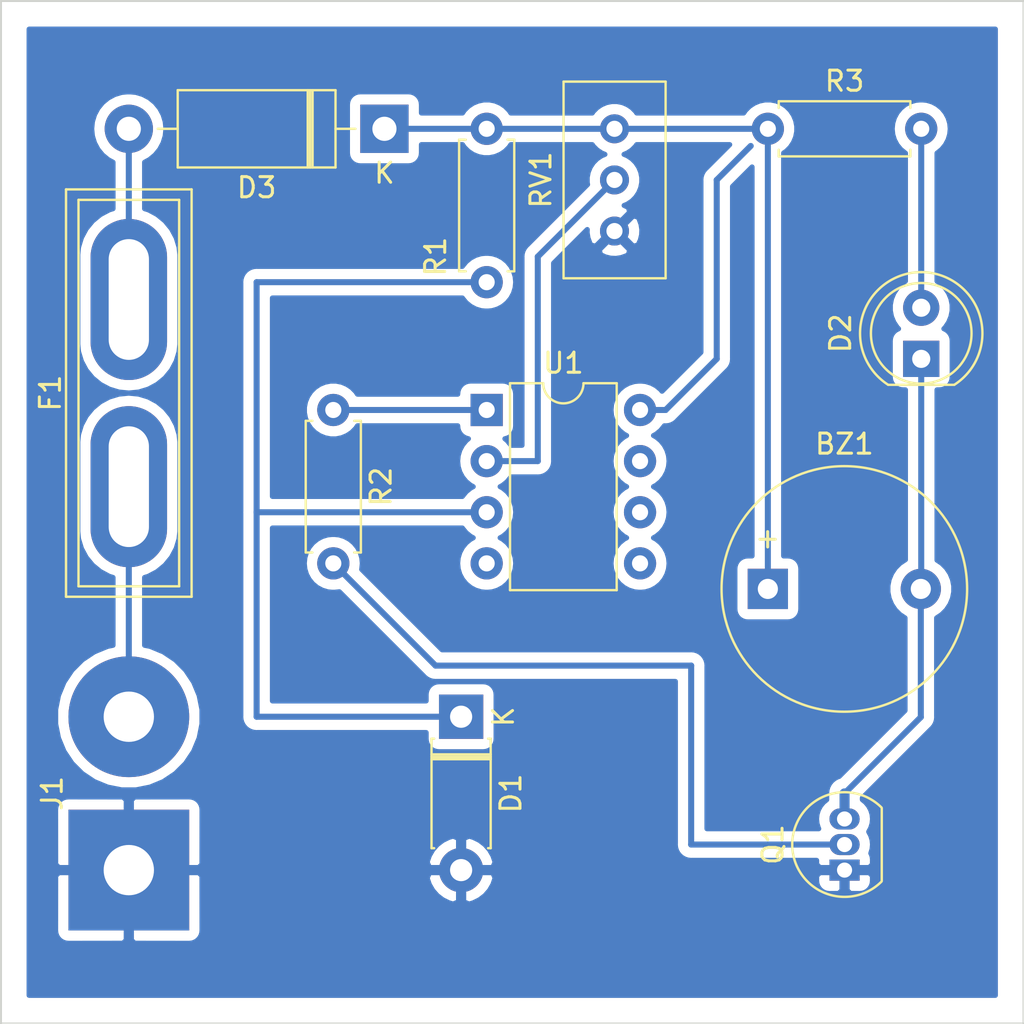
<source format=kicad_pcb>
(kicad_pcb (version 20171130) (host pcbnew "(5.1.4)-1")

  (general
    (thickness 1.6)
    (drawings 4)
    (tracks 29)
    (zones 0)
    (modules 12)
    (nets 11)
  )

  (page A4)
  (layers
    (0 F.Cu signal)
    (31 B.Cu signal)
    (32 B.Adhes user hide)
    (33 F.Adhes user hide)
    (34 B.Paste user hide)
    (35 F.Paste user hide)
    (36 B.SilkS user)
    (37 F.SilkS user)
    (38 B.Mask user)
    (39 F.Mask user)
    (40 Dwgs.User user hide)
    (41 Cmts.User user hide)
    (42 Eco1.User user hide)
    (43 Eco2.User user hide)
    (44 Edge.Cuts user)
    (45 Margin user)
    (46 B.CrtYd user)
    (47 F.CrtYd user)
    (48 B.Fab user)
    (49 F.Fab user)
  )

  (setup
    (last_trace_width 0.3)
    (trace_clearance 0.2)
    (zone_clearance 0.508)
    (zone_45_only no)
    (trace_min 0.3)
    (via_size 0.8)
    (via_drill 0.4)
    (via_min_size 0.7)
    (via_min_drill 0.33)
    (uvia_size 0.8)
    (uvia_drill 0.4)
    (uvias_allowed no)
    (uvia_min_size 0.6)
    (uvia_min_drill 0.33)
    (edge_width 0.05)
    (segment_width 0.2)
    (pcb_text_width 0.3)
    (pcb_text_size 1.5 1.5)
    (mod_edge_width 0.12)
    (mod_text_size 1 1)
    (mod_text_width 0.15)
    (pad_size 1.524 1.524)
    (pad_drill 0.762)
    (pad_to_mask_clearance 0.06)
    (solder_mask_min_width 0.15)
    (aux_axis_origin 0 0)
    (visible_elements 7FFFF7FF)
    (pcbplotparams
      (layerselection 0x010fc_ffffffff)
      (usegerberextensions false)
      (usegerberattributes false)
      (usegerberadvancedattributes false)
      (creategerberjobfile false)
      (excludeedgelayer true)
      (linewidth 0.100000)
      (plotframeref false)
      (viasonmask false)
      (mode 1)
      (useauxorigin false)
      (hpglpennumber 1)
      (hpglpenspeed 20)
      (hpglpendiameter 15.000000)
      (psnegative false)
      (psa4output false)
      (plotreference true)
      (plotvalue true)
      (plotinvisibletext false)
      (padsonsilk false)
      (subtractmaskfromsilk false)
      (outputformat 1)
      (mirror false)
      (drillshape 1)
      (scaleselection 1)
      (outputdirectory ""))
  )

  (net 0 "")
  (net 1 "Net-(BZ1-Pad2)")
  (net 2 GND)
  (net 3 "Net-(D2-Pad2)")
  (net 4 "Net-(Q1-Pad2)")
  (net 5 "Net-(R2-Pad1)")
  (net 6 "Net-(RV1-Pad2)")
  (net 7 "Net-(D1-Pad1)")
  (net 8 "Net-(D3-Pad2)")
  (net 9 /8)
  (net 10 "Net-(F1-Pad1)")

  (net_class Default "This is the default net class."
    (clearance 0.2)
    (trace_width 0.3)
    (via_dia 0.8)
    (via_drill 0.4)
    (uvia_dia 0.8)
    (uvia_drill 0.4)
    (diff_pair_width 0.3)
    (diff_pair_gap 0.2)
    (add_net /8)
    (add_net GND)
    (add_net "Net-(BZ1-Pad2)")
    (add_net "Net-(D1-Pad1)")
    (add_net "Net-(D2-Pad2)")
    (add_net "Net-(D3-Pad2)")
    (add_net "Net-(F1-Pad1)")
    (add_net "Net-(Q1-Pad2)")
    (add_net "Net-(R2-Pad1)")
    (add_net "Net-(RV1-Pad2)")
  )

  (module Package_DIP:DIP-8_W7.62mm (layer F.Cu) (tedit 5A02E8C5) (tstamp 5D84F7E3)
    (at 116.84 78.74)
    (descr "8-lead though-hole mounted DIP package, row spacing 7.62 mm (300 mils)")
    (tags "THT DIP DIL PDIP 2.54mm 7.62mm 300mil")
    (path /5D853CD8)
    (fp_text reference U1 (at 3.81 -2.33) (layer F.SilkS)
      (effects (font (size 1 1) (thickness 0.15)))
    )
    (fp_text value LM2904 (at 3.81 9.95) (layer F.Fab)
      (effects (font (size 1 1) (thickness 0.15)))
    )
    (fp_text user %R (at 3.81 3.81) (layer F.Fab)
      (effects (font (size 1 1) (thickness 0.15)))
    )
    (fp_line (start 8.7 -1.55) (end -1.1 -1.55) (layer F.CrtYd) (width 0.05))
    (fp_line (start 8.7 9.15) (end 8.7 -1.55) (layer F.CrtYd) (width 0.05))
    (fp_line (start -1.1 9.15) (end 8.7 9.15) (layer F.CrtYd) (width 0.05))
    (fp_line (start -1.1 -1.55) (end -1.1 9.15) (layer F.CrtYd) (width 0.05))
    (fp_line (start 6.46 -1.33) (end 4.81 -1.33) (layer F.SilkS) (width 0.12))
    (fp_line (start 6.46 8.95) (end 6.46 -1.33) (layer F.SilkS) (width 0.12))
    (fp_line (start 1.16 8.95) (end 6.46 8.95) (layer F.SilkS) (width 0.12))
    (fp_line (start 1.16 -1.33) (end 1.16 8.95) (layer F.SilkS) (width 0.12))
    (fp_line (start 2.81 -1.33) (end 1.16 -1.33) (layer F.SilkS) (width 0.12))
    (fp_line (start 0.635 -0.27) (end 1.635 -1.27) (layer F.Fab) (width 0.1))
    (fp_line (start 0.635 8.89) (end 0.635 -0.27) (layer F.Fab) (width 0.1))
    (fp_line (start 6.985 8.89) (end 0.635 8.89) (layer F.Fab) (width 0.1))
    (fp_line (start 6.985 -1.27) (end 6.985 8.89) (layer F.Fab) (width 0.1))
    (fp_line (start 1.635 -1.27) (end 6.985 -1.27) (layer F.Fab) (width 0.1))
    (fp_arc (start 3.81 -1.33) (end 2.81 -1.33) (angle -180) (layer F.SilkS) (width 0.12))
    (pad 8 thru_hole oval (at 7.62 0) (size 1.6 1.6) (drill 0.8) (layers *.Cu *.Mask))
    (pad 4 thru_hole oval (at 0 7.62) (size 1.6 1.6) (drill 0.8) (layers *.Cu *.Mask))
    (pad 7 thru_hole oval (at 7.62 2.54) (size 1.6 1.6) (drill 0.8) (layers *.Cu *.Mask))
    (pad 3 thru_hole oval (at 0 5.08) (size 1.6 1.6) (drill 0.8) (layers *.Cu *.Mask)
      (net 7 "Net-(D1-Pad1)"))
    (pad 6 thru_hole oval (at 7.62 5.08) (size 1.6 1.6) (drill 0.8) (layers *.Cu *.Mask))
    (pad 2 thru_hole oval (at 0 2.54) (size 1.6 1.6) (drill 0.8) (layers *.Cu *.Mask)
      (net 6 "Net-(RV1-Pad2)"))
    (pad 5 thru_hole oval (at 7.62 7.62) (size 1.6 1.6) (drill 0.8) (layers *.Cu *.Mask))
    (pad 1 thru_hole rect (at 0 0) (size 1.6 1.6) (drill 0.8) (layers *.Cu *.Mask)
      (net 5 "Net-(R2-Pad1)"))
    (model ${KISYS3DMOD}/Package_DIP.3dshapes/DIP-8_W7.62mm.wrl
      (at (xyz 0 0 0))
      (scale (xyz 1 1 1))
      (rotate (xyz 0 0 0))
    )
  )

  (module Buzzer_Beeper:Buzzer_12x9.5RM7.6 (layer F.Cu) (tedit 5A030281) (tstamp 5D7B16CC)
    (at 130.81 87.63)
    (descr "Generic Buzzer, D12mm height 9.5mm with RM7.6mm")
    (tags buzzer)
    (path /5D7692D8)
    (fp_text reference BZ1 (at 3.8 -7.2) (layer F.SilkS)
      (effects (font (size 1 1) (thickness 0.15)))
    )
    (fp_text value Buzzer (at 3.8 7.4) (layer F.Fab)
      (effects (font (size 1 1) (thickness 0.15)))
    )
    (fp_text user + (at -0.01 -2.54) (layer F.Fab)
      (effects (font (size 1 1) (thickness 0.15)))
    )
    (fp_text user + (at -0.01 -2.54) (layer F.SilkS)
      (effects (font (size 1 1) (thickness 0.15)))
    )
    (fp_text user %R (at 3.8 -4) (layer F.Fab)
      (effects (font (size 1 1) (thickness 0.15)))
    )
    (fp_circle (center 3.8 0) (end 10.05 0) (layer F.CrtYd) (width 0.05))
    (fp_circle (center 3.8 0) (end 9.8 0) (layer F.Fab) (width 0.1))
    (fp_circle (center 3.8 0) (end 4.8 0) (layer F.Fab) (width 0.1))
    (fp_circle (center 3.8 0) (end 9.9 0) (layer F.SilkS) (width 0.12))
    (pad 1 thru_hole rect (at 0 0) (size 2 2) (drill 1) (layers *.Cu *.Mask)
      (net 9 /8))
    (pad 2 thru_hole circle (at 7.6 0) (size 2 2) (drill 1) (layers *.Cu *.Mask)
      (net 1 "Net-(BZ1-Pad2)"))
    (model ${KISYS3DMOD}/Buzzer_Beeper.3dshapes/Buzzer_12x9.5RM7.6.wrl
      (at (xyz 0 0 0))
      (scale (xyz 1 1 1))
      (rotate (xyz 0 0 0))
    )
  )

  (module Diode_THT:D_DO-41_SOD81_P7.62mm_Horizontal (layer F.Cu) (tedit 5AE50CD5) (tstamp 5D7B16EB)
    (at 115.57 93.98 270)
    (descr "Diode, DO-41_SOD81 series, Axial, Horizontal, pin pitch=7.62mm, , length*diameter=5.2*2.7mm^2, , http://www.diodes.com/_files/packages/DO-41%20(Plastic).pdf")
    (tags "Diode DO-41_SOD81 series Axial Horizontal pin pitch 7.62mm  length 5.2mm diameter 2.7mm")
    (path /5D762800)
    (fp_text reference D1 (at 3.81 -2.47 90) (layer F.SilkS)
      (effects (font (size 1 1) (thickness 0.15)))
    )
    (fp_text value "6.2V zener" (at 3.81 2.47 90) (layer F.Fab)
      (effects (font (size 1 1) (thickness 0.15)))
    )
    (fp_line (start 1.21 -1.35) (end 1.21 1.35) (layer F.Fab) (width 0.1))
    (fp_line (start 1.21 1.35) (end 6.41 1.35) (layer F.Fab) (width 0.1))
    (fp_line (start 6.41 1.35) (end 6.41 -1.35) (layer F.Fab) (width 0.1))
    (fp_line (start 6.41 -1.35) (end 1.21 -1.35) (layer F.Fab) (width 0.1))
    (fp_line (start 0 0) (end 1.21 0) (layer F.Fab) (width 0.1))
    (fp_line (start 7.62 0) (end 6.41 0) (layer F.Fab) (width 0.1))
    (fp_line (start 1.99 -1.35) (end 1.99 1.35) (layer F.Fab) (width 0.1))
    (fp_line (start 2.09 -1.35) (end 2.09 1.35) (layer F.Fab) (width 0.1))
    (fp_line (start 1.89 -1.35) (end 1.89 1.35) (layer F.Fab) (width 0.1))
    (fp_line (start 1.09 -1.34) (end 1.09 -1.47) (layer F.SilkS) (width 0.12))
    (fp_line (start 1.09 -1.47) (end 6.53 -1.47) (layer F.SilkS) (width 0.12))
    (fp_line (start 6.53 -1.47) (end 6.53 -1.34) (layer F.SilkS) (width 0.12))
    (fp_line (start 1.09 1.34) (end 1.09 1.47) (layer F.SilkS) (width 0.12))
    (fp_line (start 1.09 1.47) (end 6.53 1.47) (layer F.SilkS) (width 0.12))
    (fp_line (start 6.53 1.47) (end 6.53 1.34) (layer F.SilkS) (width 0.12))
    (fp_line (start 1.99 -1.47) (end 1.99 1.47) (layer F.SilkS) (width 0.12))
    (fp_line (start 2.11 -1.47) (end 2.11 1.47) (layer F.SilkS) (width 0.12))
    (fp_line (start 1.87 -1.47) (end 1.87 1.47) (layer F.SilkS) (width 0.12))
    (fp_line (start -1.35 -1.6) (end -1.35 1.6) (layer F.CrtYd) (width 0.05))
    (fp_line (start -1.35 1.6) (end 8.97 1.6) (layer F.CrtYd) (width 0.05))
    (fp_line (start 8.97 1.6) (end 8.97 -1.6) (layer F.CrtYd) (width 0.05))
    (fp_line (start 8.97 -1.6) (end -1.35 -1.6) (layer F.CrtYd) (width 0.05))
    (fp_text user %R (at 4.2 0 90) (layer F.Fab)
      (effects (font (size 1 1) (thickness 0.15)))
    )
    (fp_text user K (at 0 -2.1 90) (layer F.Fab)
      (effects (font (size 1 1) (thickness 0.15)))
    )
    (fp_text user K (at 0 -2.1 90) (layer F.SilkS)
      (effects (font (size 1 1) (thickness 0.15)))
    )
    (pad 1 thru_hole rect (at 0 0 270) (size 2.2 2.2) (drill 1.1) (layers *.Cu *.Mask)
      (net 7 "Net-(D1-Pad1)"))
    (pad 2 thru_hole oval (at 7.62 0 270) (size 2.2 2.2) (drill 1.1) (layers *.Cu *.Mask)
      (net 2 GND))
    (model ${KISYS3DMOD}/Diode_THT.3dshapes/D_DO-41_SOD81_P7.62mm_Horizontal.wrl
      (at (xyz 0 0 0))
      (scale (xyz 1 1 1))
      (rotate (xyz 0 0 0))
    )
  )

  (module LED_THT:LED_D5.0mm_FlatTop (layer F.Cu) (tedit 5880A862) (tstamp 5D7B16FC)
    (at 138.43 76.2 90)
    (descr "LED, Round, FlatTop, diameter 5.0mm, 2 pins, http://www.kingbright.com/attachments/file/psearch/000/00/00/L-483GDT(Ver.15B).pdf")
    (tags "LED Round FlatTop diameter 5.0mm 2 pins")
    (path /5D7688DE)
    (fp_text reference D2 (at 1.27 -4.01 90) (layer F.SilkS)
      (effects (font (size 1 1) (thickness 0.15)))
    )
    (fp_text value LED (at 1.27 4.01 90) (layer F.Fab)
      (effects (font (size 1 1) (thickness 0.15)))
    )
    (fp_arc (start 1.27 0) (end -1.23 -1.566046) (angle 295.9) (layer F.Fab) (width 0.1))
    (fp_arc (start 1.27 0) (end -1.29 -1.639512) (angle 147.4) (layer F.SilkS) (width 0.12))
    (fp_arc (start 1.27 0) (end -1.29 1.639512) (angle -147.4) (layer F.SilkS) (width 0.12))
    (fp_circle (center 1.27 0) (end 3.77 0) (layer F.Fab) (width 0.1))
    (fp_circle (center 1.27 0) (end 3.77 0) (layer F.SilkS) (width 0.12))
    (fp_line (start -1.23 -1.566046) (end -1.23 1.566046) (layer F.Fab) (width 0.1))
    (fp_line (start -1.29 -1.64) (end -1.29 1.64) (layer F.SilkS) (width 0.12))
    (fp_line (start -2 -3.3) (end -2 3.3) (layer F.CrtYd) (width 0.05))
    (fp_line (start -2 3.3) (end 4.55 3.3) (layer F.CrtYd) (width 0.05))
    (fp_line (start 4.55 3.3) (end 4.55 -3.3) (layer F.CrtYd) (width 0.05))
    (fp_line (start 4.55 -3.3) (end -2 -3.3) (layer F.CrtYd) (width 0.05))
    (pad 1 thru_hole rect (at 0 0 90) (size 1.8 1.8) (drill 0.9) (layers *.Cu *.Mask)
      (net 1 "Net-(BZ1-Pad2)"))
    (pad 2 thru_hole circle (at 2.54 0 90) (size 1.8 1.8) (drill 0.9) (layers *.Cu *.Mask)
      (net 3 "Net-(D2-Pad2)"))
    (model ${KISYS3DMOD}/LED_THT.3dshapes/LED_D5.0mm_FlatTop.wrl
      (at (xyz 0 0 0))
      (scale (xyz 1 1 1))
      (rotate (xyz 0 0 0))
    )
  )

  (module Fuse:Fuse_Blade_ATO_directSolder (layer F.Cu) (tedit 5A1C8B0A) (tstamp 5D7B1714)
    (at 99.06 82.55 90)
    (descr "car blade fuse direct solder")
    (tags "car blade fuse")
    (path /5D7B6861)
    (fp_text reference F1 (at 4.65 -3.9 90) (layer F.SilkS)
      (effects (font (size 1 1) (thickness 0.15)))
    )
    (fp_text value Fuse_Small (at 4.6 4 90) (layer F.Fab)
      (effects (font (size 1 1) (thickness 0.15)))
    )
    (fp_text user %R (at -5.625001 -4.545001 90) (layer F.Fab)
      (effects (font (size 1 1) (thickness 0.15)))
    )
    (fp_line (start 4.95 0) (end 4.35 0) (layer F.Fab) (width 0.1))
    (fp_line (start -5.35 -3) (end 14.65 -3) (layer F.Fab) (width 0.1))
    (fp_line (start 14.65 -3) (end 14.65 3) (layer F.Fab) (width 0.1))
    (fp_line (start 14.65 3) (end -5.35 3) (layer F.Fab) (width 0.1))
    (fp_line (start -5.35 3) (end -5.35 -3) (layer F.Fab) (width 0.1))
    (fp_line (start -4.95 -2.5) (end 14.25 -2.5) (layer F.SilkS) (width 0.12))
    (fp_line (start 14.25 -2.5) (end 14.25 2.5) (layer F.SilkS) (width 0.12))
    (fp_line (start 14.25 2.5) (end -4.95 2.5) (layer F.SilkS) (width 0.12))
    (fp_line (start -4.95 2.5) (end -4.95 -2.5) (layer F.SilkS) (width 0.12))
    (fp_line (start -5.6 -3.25) (end 14.9 -3.25) (layer F.CrtYd) (width 0.05))
    (fp_line (start -5.6 -3.25) (end -5.6 3.25) (layer F.CrtYd) (width 0.05))
    (fp_line (start 14.9 3.25) (end 14.9 -3.25) (layer F.CrtYd) (width 0.05))
    (fp_line (start 14.9 3.25) (end -5.6 3.25) (layer F.CrtYd) (width 0.05))
    (fp_line (start -5.47 -3.12) (end 14.77 -3.12) (layer F.SilkS) (width 0.12))
    (fp_line (start -5.47 -3.12) (end -5.47 3.12) (layer F.SilkS) (width 0.12))
    (fp_line (start 14.77 3.12) (end 14.77 -3.12) (layer F.SilkS) (width 0.12))
    (fp_line (start 14.77 3.12) (end -5.47 3.12) (layer F.SilkS) (width 0.12))
    (pad 1 thru_hole oval (at 0 0 90) (size 8 3.8) (drill oval 6 2) (layers *.Cu *.Mask)
      (net 10 "Net-(F1-Pad1)"))
    (pad 2 thru_hole oval (at 9.3 0 90) (size 8 3.8) (drill oval 6 2) (layers *.Cu *.Mask)
      (net 8 "Net-(D3-Pad2)"))
    (model ${KISYS3DMOD}/Fuse.3dshapes/Fuse_Blade_ATO_directSolder.wrl
      (offset (xyz 4.571999931335449 0 0))
      (scale (xyz 0.39 0.39 0.39))
      (rotate (xyz 0 0 0))
    )
  )

  (module Connector_Wire:SolderWirePad_1x02_P7.62mm_Drill2.5mm (layer F.Cu) (tedit 5AEE5F2F) (tstamp 5D7B171F)
    (at 99.06 101.6 90)
    (descr "Wire solder connection")
    (tags connector)
    (path /5D7611A4)
    (attr virtual)
    (fp_text reference J1 (at 3.81 -3.81 90) (layer F.SilkS)
      (effects (font (size 1 1) (thickness 0.15)))
    )
    (fp_text value "Bat Connector" (at 3.81 4.445 90) (layer F.Fab)
      (effects (font (size 1 1) (thickness 0.15)))
    )
    (fp_text user %R (at 3.81 0 90) (layer F.Fab)
      (effects (font (size 1 1) (thickness 0.15)))
    )
    (fp_line (start -3.5 -3.5) (end 11.12 -3.5) (layer F.CrtYd) (width 0.05))
    (fp_line (start -3.5 -3.5) (end -3.5 3.5) (layer F.CrtYd) (width 0.05))
    (fp_line (start 11.12 3.5) (end 11.12 -3.5) (layer F.CrtYd) (width 0.05))
    (fp_line (start 11.12 3.5) (end -3.5 3.5) (layer F.CrtYd) (width 0.05))
    (pad 1 thru_hole rect (at 0 0 90) (size 5.99948 5.99948) (drill 2.49936) (layers *.Cu *.Mask)
      (net 2 GND))
    (pad 2 thru_hole circle (at 7.62 0 90) (size 5.99948 5.99948) (drill 2.49936) (layers *.Cu *.Mask)
      (net 10 "Net-(F1-Pad1)"))
  )

  (module Package_TO_SOT_THT:TO-92_Inline (layer F.Cu) (tedit 5A1DD157) (tstamp 5D7B1731)
    (at 134.62 101.6 90)
    (descr "TO-92 leads in-line, narrow, oval pads, drill 0.75mm (see NXP sot054_po.pdf)")
    (tags "to-92 sc-43 sc-43a sot54 PA33 transistor")
    (path /5D7675F7)
    (fp_text reference Q1 (at 1.27 -3.56 90) (layer F.SilkS)
      (effects (font (size 1 1) (thickness 0.15)))
    )
    (fp_text value 2N2222 (at 1.27 2.79 90) (layer F.Fab)
      (effects (font (size 1 1) (thickness 0.15)))
    )
    (fp_text user %R (at 1.27 -3.56 90) (layer F.Fab)
      (effects (font (size 1 1) (thickness 0.15)))
    )
    (fp_line (start -0.53 1.85) (end 3.07 1.85) (layer F.SilkS) (width 0.12))
    (fp_line (start -0.5 1.75) (end 3 1.75) (layer F.Fab) (width 0.1))
    (fp_line (start -1.46 -2.73) (end 4 -2.73) (layer F.CrtYd) (width 0.05))
    (fp_line (start -1.46 -2.73) (end -1.46 2.01) (layer F.CrtYd) (width 0.05))
    (fp_line (start 4 2.01) (end 4 -2.73) (layer F.CrtYd) (width 0.05))
    (fp_line (start 4 2.01) (end -1.46 2.01) (layer F.CrtYd) (width 0.05))
    (fp_arc (start 1.27 0) (end 1.27 -2.48) (angle 135) (layer F.Fab) (width 0.1))
    (fp_arc (start 1.27 0) (end 1.27 -2.6) (angle -135) (layer F.SilkS) (width 0.12))
    (fp_arc (start 1.27 0) (end 1.27 -2.48) (angle -135) (layer F.Fab) (width 0.1))
    (fp_arc (start 1.27 0) (end 1.27 -2.6) (angle 135) (layer F.SilkS) (width 0.12))
    (pad 2 thru_hole oval (at 1.27 0 90) (size 1.05 1.5) (drill 0.75) (layers *.Cu *.Mask)
      (net 4 "Net-(Q1-Pad2)"))
    (pad 3 thru_hole oval (at 2.54 0 90) (size 1.05 1.5) (drill 0.75) (layers *.Cu *.Mask)
      (net 1 "Net-(BZ1-Pad2)"))
    (pad 1 thru_hole rect (at 0 0 90) (size 1.05 1.5) (drill 0.75) (layers *.Cu *.Mask)
      (net 2 GND))
    (model ${KISYS3DMOD}/Package_TO_SOT_THT.3dshapes/TO-92_Inline.wrl
      (at (xyz 0 0 0))
      (scale (xyz 1 1 1))
      (rotate (xyz 0 0 0))
    )
  )

  (module Resistor_THT:R_Axial_DIN0207_L6.3mm_D2.5mm_P7.62mm_Horizontal (layer F.Cu) (tedit 5AE5139B) (tstamp 5D7B1748)
    (at 116.84 64.77 270)
    (descr "Resistor, Axial_DIN0207 series, Axial, Horizontal, pin pitch=7.62mm, 0.25W = 1/4W, length*diameter=6.3*2.5mm^2, http://cdn-reichelt.de/documents/datenblatt/B400/1_4W%23YAG.pdf")
    (tags "Resistor Axial_DIN0207 series Axial Horizontal pin pitch 7.62mm 0.25W = 1/4W length 6.3mm diameter 2.5mm")
    (path /5D763B20)
    (fp_text reference R1 (at 6.35 2.54 90) (layer F.SilkS)
      (effects (font (size 1 1) (thickness 0.15)))
    )
    (fp_text value 1k (at 3.81 2.37 90) (layer F.Fab)
      (effects (font (size 1 1) (thickness 0.15)))
    )
    (fp_line (start 0.66 -1.25) (end 0.66 1.25) (layer F.Fab) (width 0.1))
    (fp_line (start 0.66 1.25) (end 6.96 1.25) (layer F.Fab) (width 0.1))
    (fp_line (start 6.96 1.25) (end 6.96 -1.25) (layer F.Fab) (width 0.1))
    (fp_line (start 6.96 -1.25) (end 0.66 -1.25) (layer F.Fab) (width 0.1))
    (fp_line (start 0 0) (end 0.66 0) (layer F.Fab) (width 0.1))
    (fp_line (start 7.62 0) (end 6.96 0) (layer F.Fab) (width 0.1))
    (fp_line (start 0.54 -1.04) (end 0.54 -1.37) (layer F.SilkS) (width 0.12))
    (fp_line (start 0.54 -1.37) (end 7.08 -1.37) (layer F.SilkS) (width 0.12))
    (fp_line (start 7.08 -1.37) (end 7.08 -1.04) (layer F.SilkS) (width 0.12))
    (fp_line (start 0.54 1.04) (end 0.54 1.37) (layer F.SilkS) (width 0.12))
    (fp_line (start 0.54 1.37) (end 7.08 1.37) (layer F.SilkS) (width 0.12))
    (fp_line (start 7.08 1.37) (end 7.08 1.04) (layer F.SilkS) (width 0.12))
    (fp_line (start -1.05 -1.5) (end -1.05 1.5) (layer F.CrtYd) (width 0.05))
    (fp_line (start -1.05 1.5) (end 8.67 1.5) (layer F.CrtYd) (width 0.05))
    (fp_line (start 8.67 1.5) (end 8.67 -1.5) (layer F.CrtYd) (width 0.05))
    (fp_line (start 8.67 -1.5) (end -1.05 -1.5) (layer F.CrtYd) (width 0.05))
    (fp_text user %R (at 2.54 0 90) (layer F.Fab)
      (effects (font (size 1 1) (thickness 0.15)))
    )
    (pad 1 thru_hole circle (at 0 0 270) (size 1.6 1.6) (drill 0.8) (layers *.Cu *.Mask)
      (net 9 /8))
    (pad 2 thru_hole oval (at 7.62 0 270) (size 1.6 1.6) (drill 0.8) (layers *.Cu *.Mask)
      (net 7 "Net-(D1-Pad1)"))
    (model ${KISYS3DMOD}/Resistor_THT.3dshapes/R_Axial_DIN0207_L6.3mm_D2.5mm_P7.62mm_Horizontal.wrl
      (at (xyz 0 0 0))
      (scale (xyz 1 1 1))
      (rotate (xyz 0 0 0))
    )
  )

  (module Resistor_THT:R_Axial_DIN0207_L6.3mm_D2.5mm_P7.62mm_Horizontal (layer F.Cu) (tedit 5AE5139B) (tstamp 5D7B175F)
    (at 109.22 78.74 270)
    (descr "Resistor, Axial_DIN0207 series, Axial, Horizontal, pin pitch=7.62mm, 0.25W = 1/4W, length*diameter=6.3*2.5mm^2, http://cdn-reichelt.de/documents/datenblatt/B400/1_4W%23YAG.pdf")
    (tags "Resistor Axial_DIN0207 series Axial Horizontal pin pitch 7.62mm 0.25W = 1/4W length 6.3mm diameter 2.5mm")
    (path /5D76455A)
    (fp_text reference R2 (at 3.81 -2.37 90) (layer F.SilkS)
      (effects (font (size 1 1) (thickness 0.15)))
    )
    (fp_text value 4.7k (at 3.81 2.37 90) (layer F.Fab)
      (effects (font (size 1 1) (thickness 0.15)))
    )
    (fp_text user %R (at 3.81 0 90) (layer F.Fab)
      (effects (font (size 1 1) (thickness 0.15)))
    )
    (fp_line (start 8.67 -1.5) (end -1.05 -1.5) (layer F.CrtYd) (width 0.05))
    (fp_line (start 8.67 1.5) (end 8.67 -1.5) (layer F.CrtYd) (width 0.05))
    (fp_line (start -1.05 1.5) (end 8.67 1.5) (layer F.CrtYd) (width 0.05))
    (fp_line (start -1.05 -1.5) (end -1.05 1.5) (layer F.CrtYd) (width 0.05))
    (fp_line (start 7.08 1.37) (end 7.08 1.04) (layer F.SilkS) (width 0.12))
    (fp_line (start 0.54 1.37) (end 7.08 1.37) (layer F.SilkS) (width 0.12))
    (fp_line (start 0.54 1.04) (end 0.54 1.37) (layer F.SilkS) (width 0.12))
    (fp_line (start 7.08 -1.37) (end 7.08 -1.04) (layer F.SilkS) (width 0.12))
    (fp_line (start 0.54 -1.37) (end 7.08 -1.37) (layer F.SilkS) (width 0.12))
    (fp_line (start 0.54 -1.04) (end 0.54 -1.37) (layer F.SilkS) (width 0.12))
    (fp_line (start 7.62 0) (end 6.96 0) (layer F.Fab) (width 0.1))
    (fp_line (start 0 0) (end 0.66 0) (layer F.Fab) (width 0.1))
    (fp_line (start 6.96 -1.25) (end 0.66 -1.25) (layer F.Fab) (width 0.1))
    (fp_line (start 6.96 1.25) (end 6.96 -1.25) (layer F.Fab) (width 0.1))
    (fp_line (start 0.66 1.25) (end 6.96 1.25) (layer F.Fab) (width 0.1))
    (fp_line (start 0.66 -1.25) (end 0.66 1.25) (layer F.Fab) (width 0.1))
    (pad 2 thru_hole oval (at 7.62 0 270) (size 1.6 1.6) (drill 0.8) (layers *.Cu *.Mask)
      (net 4 "Net-(Q1-Pad2)"))
    (pad 1 thru_hole circle (at 0 0 270) (size 1.6 1.6) (drill 0.8) (layers *.Cu *.Mask)
      (net 5 "Net-(R2-Pad1)"))
    (model ${KISYS3DMOD}/Resistor_THT.3dshapes/R_Axial_DIN0207_L6.3mm_D2.5mm_P7.62mm_Horizontal.wrl
      (at (xyz 0 0 0))
      (scale (xyz 1 1 1))
      (rotate (xyz 0 0 0))
    )
  )

  (module Resistor_THT:R_Axial_DIN0207_L6.3mm_D2.5mm_P7.62mm_Horizontal (layer F.Cu) (tedit 5AE5139B) (tstamp 5D7B1776)
    (at 130.81 64.77)
    (descr "Resistor, Axial_DIN0207 series, Axial, Horizontal, pin pitch=7.62mm, 0.25W = 1/4W, length*diameter=6.3*2.5mm^2, http://cdn-reichelt.de/documents/datenblatt/B400/1_4W%23YAG.pdf")
    (tags "Resistor Axial_DIN0207 series Axial Horizontal pin pitch 7.62mm 0.25W = 1/4W length 6.3mm diameter 2.5mm")
    (path /5D76539F)
    (fp_text reference R3 (at 3.81 -2.37) (layer F.SilkS)
      (effects (font (size 1 1) (thickness 0.15)))
    )
    (fp_text value 1k (at 3.81 2.37) (layer F.Fab)
      (effects (font (size 1 1) (thickness 0.15)))
    )
    (fp_line (start 0.66 -1.25) (end 0.66 1.25) (layer F.Fab) (width 0.1))
    (fp_line (start 0.66 1.25) (end 6.96 1.25) (layer F.Fab) (width 0.1))
    (fp_line (start 6.96 1.25) (end 6.96 -1.25) (layer F.Fab) (width 0.1))
    (fp_line (start 6.96 -1.25) (end 0.66 -1.25) (layer F.Fab) (width 0.1))
    (fp_line (start 0 0) (end 0.66 0) (layer F.Fab) (width 0.1))
    (fp_line (start 7.62 0) (end 6.96 0) (layer F.Fab) (width 0.1))
    (fp_line (start 0.54 -1.04) (end 0.54 -1.37) (layer F.SilkS) (width 0.12))
    (fp_line (start 0.54 -1.37) (end 7.08 -1.37) (layer F.SilkS) (width 0.12))
    (fp_line (start 7.08 -1.37) (end 7.08 -1.04) (layer F.SilkS) (width 0.12))
    (fp_line (start 0.54 1.04) (end 0.54 1.37) (layer F.SilkS) (width 0.12))
    (fp_line (start 0.54 1.37) (end 7.08 1.37) (layer F.SilkS) (width 0.12))
    (fp_line (start 7.08 1.37) (end 7.08 1.04) (layer F.SilkS) (width 0.12))
    (fp_line (start -1.05 -1.5) (end -1.05 1.5) (layer F.CrtYd) (width 0.05))
    (fp_line (start -1.05 1.5) (end 8.67 1.5) (layer F.CrtYd) (width 0.05))
    (fp_line (start 8.67 1.5) (end 8.67 -1.5) (layer F.CrtYd) (width 0.05))
    (fp_line (start 8.67 -1.5) (end -1.05 -1.5) (layer F.CrtYd) (width 0.05))
    (fp_text user %R (at 3.81 0) (layer F.Fab)
      (effects (font (size 1 1) (thickness 0.15)))
    )
    (pad 1 thru_hole circle (at 0 0) (size 1.6 1.6) (drill 0.8) (layers *.Cu *.Mask)
      (net 9 /8))
    (pad 2 thru_hole oval (at 7.62 0) (size 1.6 1.6) (drill 0.8) (layers *.Cu *.Mask)
      (net 3 "Net-(D2-Pad2)"))
    (model ${KISYS3DMOD}/Resistor_THT.3dshapes/R_Axial_DIN0207_L6.3mm_D2.5mm_P7.62mm_Horizontal.wrl
      (at (xyz 0 0 0))
      (scale (xyz 1 1 1))
      (rotate (xyz 0 0 0))
    )
  )

  (module Potentiometer_THT:Potentiometer_Bourns_3296W_Vertical (layer F.Cu) (tedit 5A3D4994) (tstamp 5D7B178D)
    (at 123.19 64.77 90)
    (descr "Potentiometer, vertical, Bourns 3296W, https://www.bourns.com/pdfs/3296.pdf")
    (tags "Potentiometer vertical Bourns 3296W")
    (path /5D766960)
    (fp_text reference RV1 (at -2.54 -3.66 90) (layer F.SilkS)
      (effects (font (size 1 1) (thickness 0.15)))
    )
    (fp_text value 10k (at -2.54 3.67 90) (layer F.Fab)
      (effects (font (size 1 1) (thickness 0.15)))
    )
    (fp_circle (center 0.955 1.15) (end 2.05 1.15) (layer F.Fab) (width 0.1))
    (fp_line (start -7.305 -2.41) (end -7.305 2.42) (layer F.Fab) (width 0.1))
    (fp_line (start -7.305 2.42) (end 2.225 2.42) (layer F.Fab) (width 0.1))
    (fp_line (start 2.225 2.42) (end 2.225 -2.41) (layer F.Fab) (width 0.1))
    (fp_line (start 2.225 -2.41) (end -7.305 -2.41) (layer F.Fab) (width 0.1))
    (fp_line (start 0.955 2.235) (end 0.956 0.066) (layer F.Fab) (width 0.1))
    (fp_line (start 0.955 2.235) (end 0.956 0.066) (layer F.Fab) (width 0.1))
    (fp_line (start -7.425 -2.53) (end 2.345 -2.53) (layer F.SilkS) (width 0.12))
    (fp_line (start -7.425 2.54) (end 2.345 2.54) (layer F.SilkS) (width 0.12))
    (fp_line (start -7.425 -2.53) (end -7.425 2.54) (layer F.SilkS) (width 0.12))
    (fp_line (start 2.345 -2.53) (end 2.345 2.54) (layer F.SilkS) (width 0.12))
    (fp_line (start -7.6 -2.7) (end -7.6 2.7) (layer F.CrtYd) (width 0.05))
    (fp_line (start -7.6 2.7) (end 2.5 2.7) (layer F.CrtYd) (width 0.05))
    (fp_line (start 2.5 2.7) (end 2.5 -2.7) (layer F.CrtYd) (width 0.05))
    (fp_line (start 2.5 -2.7) (end -7.6 -2.7) (layer F.CrtYd) (width 0.05))
    (fp_text user %R (at -3.175 0.005 90) (layer F.Fab)
      (effects (font (size 1 1) (thickness 0.15)))
    )
    (pad 1 thru_hole circle (at 0 0 90) (size 1.44 1.44) (drill 0.8) (layers *.Cu *.Mask)
      (net 9 /8))
    (pad 2 thru_hole circle (at -2.54 0 90) (size 1.44 1.44) (drill 0.8) (layers *.Cu *.Mask)
      (net 6 "Net-(RV1-Pad2)"))
    (pad 3 thru_hole circle (at -5.08 0 90) (size 1.44 1.44) (drill 0.8) (layers *.Cu *.Mask)
      (net 2 GND))
    (model ${KISYS3DMOD}/Potentiometer_THT.3dshapes/Potentiometer_Bourns_3296W_Vertical.wrl
      (at (xyz 0 0 0))
      (scale (xyz 1 1 1))
      (rotate (xyz 0 0 0))
    )
  )

  (module Diode_THT:D_DO-15_P12.70mm_Horizontal (layer F.Cu) (tedit 5AE50CD5) (tstamp 5D7AF7C4)
    (at 111.76 64.77 180)
    (descr "Diode, DO-15 series, Axial, Horizontal, pin pitch=12.7mm, , length*diameter=7.6*3.6mm^2, , http://www.diodes.com/_files/packages/DO-15.pdf")
    (tags "Diode DO-15 series Axial Horizontal pin pitch 12.7mm  length 7.6mm diameter 3.6mm")
    (path /5D7B019D)
    (fp_text reference D3 (at 6.35 -2.92) (layer F.SilkS)
      (effects (font (size 1 1) (thickness 0.15)))
    )
    (fp_text value D (at 6.35 2.92) (layer F.Fab)
      (effects (font (size 1 1) (thickness 0.15)))
    )
    (fp_line (start 2.55 -1.8) (end 2.55 1.8) (layer F.Fab) (width 0.1))
    (fp_line (start 2.55 1.8) (end 10.15 1.8) (layer F.Fab) (width 0.1))
    (fp_line (start 10.15 1.8) (end 10.15 -1.8) (layer F.Fab) (width 0.1))
    (fp_line (start 10.15 -1.8) (end 2.55 -1.8) (layer F.Fab) (width 0.1))
    (fp_line (start 0 0) (end 2.55 0) (layer F.Fab) (width 0.1))
    (fp_line (start 12.7 0) (end 10.15 0) (layer F.Fab) (width 0.1))
    (fp_line (start 3.69 -1.8) (end 3.69 1.8) (layer F.Fab) (width 0.1))
    (fp_line (start 3.79 -1.8) (end 3.79 1.8) (layer F.Fab) (width 0.1))
    (fp_line (start 3.59 -1.8) (end 3.59 1.8) (layer F.Fab) (width 0.1))
    (fp_line (start 2.43 -1.92) (end 2.43 1.92) (layer F.SilkS) (width 0.12))
    (fp_line (start 2.43 1.92) (end 10.27 1.92) (layer F.SilkS) (width 0.12))
    (fp_line (start 10.27 1.92) (end 10.27 -1.92) (layer F.SilkS) (width 0.12))
    (fp_line (start 10.27 -1.92) (end 2.43 -1.92) (layer F.SilkS) (width 0.12))
    (fp_line (start 1.44 0) (end 2.43 0) (layer F.SilkS) (width 0.12))
    (fp_line (start 11.26 0) (end 10.27 0) (layer F.SilkS) (width 0.12))
    (fp_line (start 3.69 -1.92) (end 3.69 1.92) (layer F.SilkS) (width 0.12))
    (fp_line (start 3.81 -1.92) (end 3.81 1.92) (layer F.SilkS) (width 0.12))
    (fp_line (start 3.57 -1.92) (end 3.57 1.92) (layer F.SilkS) (width 0.12))
    (fp_line (start -1.45 -2.05) (end -1.45 2.05) (layer F.CrtYd) (width 0.05))
    (fp_line (start -1.45 2.05) (end 14.15 2.05) (layer F.CrtYd) (width 0.05))
    (fp_line (start 14.15 2.05) (end 14.15 -2.05) (layer F.CrtYd) (width 0.05))
    (fp_line (start 14.15 -2.05) (end -1.45 -2.05) (layer F.CrtYd) (width 0.05))
    (fp_text user %R (at 6.92 0) (layer F.Fab)
      (effects (font (size 1 1) (thickness 0.15)))
    )
    (fp_text user K (at 0 -2.2) (layer F.Fab)
      (effects (font (size 1 1) (thickness 0.15)))
    )
    (fp_text user K (at 0 -2.2) (layer F.SilkS)
      (effects (font (size 1 1) (thickness 0.15)))
    )
    (pad 1 thru_hole rect (at 0 0 180) (size 2.4 2.4) (drill 1.2) (layers *.Cu *.Mask)
      (net 9 /8))
    (pad 2 thru_hole oval (at 12.7 0 180) (size 2.4 2.4) (drill 1.2) (layers *.Cu *.Mask)
      (net 8 "Net-(D3-Pad2)"))
    (model ${KISYS3DMOD}/Diode_THT.3dshapes/D_DO-15_P12.70mm_Horizontal.wrl
      (at (xyz 0 0 0))
      (scale (xyz 1 1 1))
      (rotate (xyz 0 0 0))
    )
  )

  (gr_line (start 92.71 109.22) (end 92.71 58.42) (layer Edge.Cuts) (width 0.1))
  (gr_line (start 143.51 109.22) (end 92.71 109.22) (layer Edge.Cuts) (width 0.1))
  (gr_line (start 143.51 58.42) (end 143.51 109.22) (layer Edge.Cuts) (width 0.1))
  (gr_line (start 92.71 58.42) (end 143.51 58.42) (layer Edge.Cuts) (width 0.1))

  (segment (start 124.46 78.74) (end 125.73 78.74) (width 0.3) (layer B.Cu) (net 0))
  (segment (start 125.73 78.74) (end 128.27 76.2) (width 0.3) (layer B.Cu) (net 0))
  (segment (start 128.27 76.2) (end 128.27 67.31) (width 0.3) (layer B.Cu) (net 0))
  (segment (start 128.27 67.31) (end 129.958999 65.621001) (width 0.3) (layer B.Cu) (net 0))
  (segment (start 138.43 87.61) (end 138.41 87.63) (width 0.5) (layer B.Cu) (net 1) (status 30))
  (segment (start 138.43 76.2) (end 138.43 87.61) (width 0.3) (layer B.Cu) (net 1) (status 30))
  (segment (start 134.62 99.06) (end 134.62 97.79) (width 0.5) (layer B.Cu) (net 1) (status 10))
  (segment (start 138.41 94) (end 138.41 87.63) (width 0.3) (layer B.Cu) (net 1) (status 20))
  (segment (start 134.62 97.79) (end 138.41 94) (width 0.3) (layer B.Cu) (net 1))
  (segment (start 138.43 64.77) (end 138.43 73.66) (width 0.3) (layer B.Cu) (net 3) (status 30))
  (segment (start 127 100.33) (end 134.62 100.33) (width 0.3) (layer B.Cu) (net 4) (status 20))
  (segment (start 127 91.44) (end 127 100.33) (width 0.3) (layer B.Cu) (net 4))
  (segment (start 109.22 86.36) (end 114.3 91.44) (width 0.3) (layer B.Cu) (net 4) (status 10))
  (segment (start 114.3 91.44) (end 127 91.44) (width 0.3) (layer B.Cu) (net 4))
  (segment (start 116.84 78.74) (end 109.22 78.74) (width 0.3) (layer B.Cu) (net 5) (status 30))
  (segment (start 119.38 81.28) (end 116.84 81.28) (width 0.3) (layer B.Cu) (net 6) (status 20))
  (segment (start 123.19 67.31) (end 119.38 71.12) (width 0.3) (layer B.Cu) (net 6) (status 10))
  (segment (start 119.38 71.12) (end 119.38 81.28) (width 0.3) (layer B.Cu) (net 6))
  (segment (start 116.84 72.39) (end 105.41 72.39) (width 0.3) (layer B.Cu) (net 7) (status 10))
  (segment (start 105.41 93.98) (end 115.57 93.98) (width 0.3) (layer B.Cu) (net 7) (status 20))
  (segment (start 105.41 83.82) (end 116.84 83.82) (width 0.3) (layer B.Cu) (net 7) (status 20))
  (segment (start 105.41 83.82) (end 105.41 93.98) (width 0.3) (layer B.Cu) (net 7))
  (segment (start 105.41 72.39) (end 105.41 83.82) (width 0.3) (layer B.Cu) (net 7))
  (segment (start 99.06 64.77) (end 99.06 73.25) (width 0.3) (layer B.Cu) (net 8) (status 30))
  (segment (start 116.84 64.77) (end 123.19 64.77) (width 0.3) (layer B.Cu) (net 9))
  (segment (start 111.76 64.77) (end 116.84 64.77) (width 0.3) (layer B.Cu) (net 9))
  (segment (start 123.19 64.77) (end 130.81 64.77) (width 0.3) (layer B.Cu) (net 9))
  (segment (start 130.81 87.63) (end 130.81 64.77) (width 0.3) (layer B.Cu) (net 9))
  (segment (start 99.06 82.55) (end 99.06 93.98) (width 0.3) (layer B.Cu) (net 10) (status 30))

  (zone (net 2) (net_name GND) (layer B.Cu) (tstamp 0) (hatch edge 0.508)
    (connect_pads (clearance 0.508))
    (min_thickness 0.254)
    (fill yes (arc_segments 32) (thermal_gap 0.508) (thermal_bridge_width 0.508))
    (polygon
      (pts
        (xy 93.98 59.69) (xy 142.24 59.69) (xy 142.24 107.95) (xy 93.98 107.95)
      )
    )
    (filled_polygon
      (pts
        (xy 142.113 107.823) (xy 94.107 107.823) (xy 94.107 104.59974) (xy 95.422188 104.59974) (xy 95.434448 104.724222)
        (xy 95.470758 104.84392) (xy 95.529723 104.954234) (xy 95.609075 105.050925) (xy 95.705766 105.130277) (xy 95.81608 105.189242)
        (xy 95.935778 105.225552) (xy 96.06026 105.237812) (xy 98.77425 105.23474) (xy 98.933 105.07599) (xy 98.933 101.727)
        (xy 99.187 101.727) (xy 99.187 105.07599) (xy 99.34575 105.23474) (xy 102.05974 105.237812) (xy 102.184222 105.225552)
        (xy 102.30392 105.189242) (xy 102.414234 105.130277) (xy 102.510925 105.050925) (xy 102.590277 104.954234) (xy 102.649242 104.84392)
        (xy 102.685552 104.724222) (xy 102.697812 104.59974) (xy 102.694865 101.996123) (xy 113.880821 101.996123) (xy 113.990558 102.318054)
        (xy 114.160992 102.612391) (xy 114.385573 102.867822) (xy 114.655671 103.074531) (xy 114.960906 103.224575) (xy 115.173878 103.289175)
        (xy 115.443 103.171125) (xy 115.443 101.727) (xy 115.697 101.727) (xy 115.697 103.171125) (xy 115.966122 103.289175)
        (xy 116.179094 103.224575) (xy 116.484329 103.074531) (xy 116.754427 102.867822) (xy 116.979008 102.612391) (xy 117.149442 102.318054)
        (xy 117.215248 102.125) (xy 133.231928 102.125) (xy 133.244188 102.249482) (xy 133.280498 102.36918) (xy 133.339463 102.479494)
        (xy 133.418815 102.576185) (xy 133.515506 102.655537) (xy 133.62582 102.714502) (xy 133.745518 102.750812) (xy 133.87 102.763072)
        (xy 134.33425 102.76) (xy 134.493 102.60125) (xy 134.493 101.727) (xy 134.747 101.727) (xy 134.747 102.60125)
        (xy 134.90575 102.76) (xy 135.37 102.763072) (xy 135.494482 102.750812) (xy 135.61418 102.714502) (xy 135.724494 102.655537)
        (xy 135.821185 102.576185) (xy 135.900537 102.479494) (xy 135.959502 102.36918) (xy 135.995812 102.249482) (xy 136.008072 102.125)
        (xy 136.005 101.88575) (xy 135.84625 101.727) (xy 134.747 101.727) (xy 134.493 101.727) (xy 133.39375 101.727)
        (xy 133.235 101.88575) (xy 133.231928 102.125) (xy 117.215248 102.125) (xy 117.259179 101.996123) (xy 117.1416 101.727)
        (xy 115.697 101.727) (xy 115.443 101.727) (xy 113.9984 101.727) (xy 113.880821 101.996123) (xy 102.694865 101.996123)
        (xy 102.69474 101.88575) (xy 102.53599 101.727) (xy 99.187 101.727) (xy 98.933 101.727) (xy 95.58401 101.727)
        (xy 95.42526 101.88575) (xy 95.422188 104.59974) (xy 94.107 104.59974) (xy 94.107 98.60026) (xy 95.422188 98.60026)
        (xy 95.42526 101.31425) (xy 95.58401 101.473) (xy 98.933 101.473) (xy 98.933 98.12401) (xy 99.187 98.12401)
        (xy 99.187 101.473) (xy 102.53599 101.473) (xy 102.69474 101.31425) (xy 102.694864 101.203877) (xy 113.880821 101.203877)
        (xy 113.9984 101.473) (xy 115.443 101.473) (xy 115.443 100.028875) (xy 115.697 100.028875) (xy 115.697 101.473)
        (xy 117.1416 101.473) (xy 117.259179 101.203877) (xy 117.149442 100.881946) (xy 116.979008 100.587609) (xy 116.754427 100.332178)
        (xy 116.484329 100.125469) (xy 116.179094 99.975425) (xy 115.966122 99.910825) (xy 115.697 100.028875) (xy 115.443 100.028875)
        (xy 115.173878 99.910825) (xy 114.960906 99.975425) (xy 114.655671 100.125469) (xy 114.385573 100.332178) (xy 114.160992 100.587609)
        (xy 113.990558 100.881946) (xy 113.880821 101.203877) (xy 102.694864 101.203877) (xy 102.697812 98.60026) (xy 102.685552 98.475778)
        (xy 102.649242 98.35608) (xy 102.590277 98.245766) (xy 102.510925 98.149075) (xy 102.414234 98.069723) (xy 102.30392 98.010758)
        (xy 102.184222 97.974448) (xy 102.05974 97.962188) (xy 99.34575 97.96526) (xy 99.187 98.12401) (xy 98.933 98.12401)
        (xy 98.77425 97.96526) (xy 96.06026 97.962188) (xy 95.935778 97.974448) (xy 95.81608 98.010758) (xy 95.705766 98.069723)
        (xy 95.609075 98.149075) (xy 95.529723 98.245766) (xy 95.470758 98.35608) (xy 95.434448 98.475778) (xy 95.422188 98.60026)
        (xy 94.107 98.60026) (xy 94.107 93.622009) (xy 95.42526 93.622009) (xy 95.42526 94.337991) (xy 95.564941 95.040215)
        (xy 95.838935 95.701695) (xy 96.236713 96.297012) (xy 96.742988 96.803287) (xy 97.338305 97.201065) (xy 97.999785 97.475059)
        (xy 98.702009 97.61474) (xy 99.417991 97.61474) (xy 100.120215 97.475059) (xy 100.781695 97.201065) (xy 101.377012 96.803287)
        (xy 101.883287 96.297012) (xy 102.281065 95.701695) (xy 102.555059 95.040215) (xy 102.69474 94.337991) (xy 102.69474 93.622009)
        (xy 102.555059 92.919785) (xy 102.281065 92.258305) (xy 101.883287 91.662988) (xy 101.377012 91.156713) (xy 100.781695 90.758935)
        (xy 100.120215 90.484941) (xy 99.845 90.430197) (xy 99.845 87.06094) (xy 100.034796 87.003366) (xy 100.475185 86.767973)
        (xy 100.861188 86.451188) (xy 101.177973 86.065185) (xy 101.413366 85.624796) (xy 101.55832 85.146947) (xy 101.595 84.774529)
        (xy 101.595 80.325471) (xy 101.55832 79.953053) (xy 101.413366 79.475204) (xy 101.177973 79.034815) (xy 100.861188 78.648812)
        (xy 100.475184 78.332027) (xy 100.034795 78.096634) (xy 99.556946 77.95168) (xy 99.06 77.902735) (xy 98.563053 77.95168)
        (xy 98.085204 78.096634) (xy 97.644815 78.332027) (xy 97.258812 78.648812) (xy 96.942027 79.034816) (xy 96.706634 79.475205)
        (xy 96.56168 79.953054) (xy 96.525 80.325472) (xy 96.525001 84.774529) (xy 96.561681 85.146947) (xy 96.706635 85.624796)
        (xy 96.942028 86.065185) (xy 97.258813 86.451188) (xy 97.644816 86.767973) (xy 98.085205 87.003366) (xy 98.275 87.06094)
        (xy 98.275001 90.430197) (xy 97.999785 90.484941) (xy 97.338305 90.758935) (xy 96.742988 91.156713) (xy 96.236713 91.662988)
        (xy 95.838935 92.258305) (xy 95.564941 92.919785) (xy 95.42526 93.622009) (xy 94.107 93.622009) (xy 94.107 71.025472)
        (xy 96.525 71.025472) (xy 96.525001 75.474529) (xy 96.561681 75.846947) (xy 96.706635 76.324796) (xy 96.942028 76.765185)
        (xy 97.258813 77.151188) (xy 97.644816 77.467973) (xy 98.085205 77.703366) (xy 98.563054 77.84832) (xy 99.06 77.897265)
        (xy 99.556947 77.84832) (xy 100.034796 77.703366) (xy 100.475185 77.467973) (xy 100.861188 77.151188) (xy 101.177973 76.765185)
        (xy 101.413366 76.324796) (xy 101.55832 75.846947) (xy 101.595 75.474529) (xy 101.595 72.39) (xy 104.621202 72.39)
        (xy 104.625 72.428561) (xy 104.625001 83.781429) (xy 104.621202 83.82) (xy 104.625 83.858561) (xy 104.625001 93.941429)
        (xy 104.621202 93.98) (xy 104.636359 94.133887) (xy 104.681246 94.28186) (xy 104.754138 94.418233) (xy 104.852236 94.537764)
        (xy 104.971767 94.635862) (xy 105.10814 94.708754) (xy 105.256113 94.753641) (xy 105.371439 94.765) (xy 105.37144 94.765)
        (xy 105.41 94.768798) (xy 105.448561 94.765) (xy 113.831928 94.765) (xy 113.831928 95.08) (xy 113.844188 95.204482)
        (xy 113.880498 95.32418) (xy 113.939463 95.434494) (xy 114.018815 95.531185) (xy 114.115506 95.610537) (xy 114.22582 95.669502)
        (xy 114.345518 95.705812) (xy 114.47 95.718072) (xy 116.67 95.718072) (xy 116.794482 95.705812) (xy 116.91418 95.669502)
        (xy 117.024494 95.610537) (xy 117.121185 95.531185) (xy 117.200537 95.434494) (xy 117.259502 95.32418) (xy 117.295812 95.204482)
        (xy 117.308072 95.08) (xy 117.308072 92.88) (xy 117.295812 92.755518) (xy 117.259502 92.63582) (xy 117.200537 92.525506)
        (xy 117.121185 92.428815) (xy 117.024494 92.349463) (xy 116.91418 92.290498) (xy 116.794482 92.254188) (xy 116.67 92.241928)
        (xy 114.47 92.241928) (xy 114.345518 92.254188) (xy 114.22582 92.290498) (xy 114.115506 92.349463) (xy 114.018815 92.428815)
        (xy 113.939463 92.525506) (xy 113.880498 92.63582) (xy 113.844188 92.755518) (xy 113.831928 92.88) (xy 113.831928 93.195)
        (xy 106.195 93.195) (xy 106.195 86.36) (xy 107.778057 86.36) (xy 107.805764 86.641309) (xy 107.887818 86.911808)
        (xy 108.021068 87.161101) (xy 108.200392 87.379608) (xy 108.418899 87.558932) (xy 108.668192 87.692182) (xy 108.938691 87.774236)
        (xy 109.149508 87.795) (xy 109.290492 87.795) (xy 109.501309 87.774236) (xy 109.518779 87.768936) (xy 113.717658 91.967816)
        (xy 113.742236 91.997764) (xy 113.772184 92.022342) (xy 113.772187 92.022345) (xy 113.801559 92.04645) (xy 113.861767 92.095862)
        (xy 113.99814 92.168754) (xy 114.146113 92.213642) (xy 114.221026 92.22102) (xy 114.261439 92.225) (xy 114.261444 92.225)
        (xy 114.3 92.228797) (xy 114.338556 92.225) (xy 126.215 92.225) (xy 126.215001 100.291429) (xy 126.211202 100.33)
        (xy 126.226359 100.483887) (xy 126.271246 100.63186) (xy 126.344138 100.768233) (xy 126.442236 100.887764) (xy 126.561767 100.985862)
        (xy 126.69814 101.058754) (xy 126.846113 101.103641) (xy 126.961439 101.115) (xy 126.96144 101.115) (xy 127 101.118798)
        (xy 127.038561 101.115) (xy 133.232442 101.115) (xy 133.235 101.31425) (xy 133.39375 101.473) (xy 134.166891 101.473)
        (xy 134.1676 101.473215) (xy 134.338021 101.49) (xy 134.901979 101.49) (xy 135.0724 101.473215) (xy 135.073109 101.473)
        (xy 135.84625 101.473) (xy 136.005 101.31425) (xy 136.008072 101.075) (xy 135.995812 100.950518) (xy 135.959502 100.83082)
        (xy 135.924907 100.766098) (xy 135.988215 100.5574) (xy 136.010612 100.33) (xy 135.988215 100.1026) (xy 135.921885 99.88394)
        (xy 135.820895 99.695) (xy 135.921885 99.50606) (xy 135.988215 99.2874) (xy 136.010612 99.06) (xy 135.988215 98.8326)
        (xy 135.921885 98.61394) (xy 135.814171 98.412421) (xy 135.669212 98.235788) (xy 135.505 98.101023) (xy 135.505 98.015157)
        (xy 138.937817 94.582341) (xy 138.967764 94.557764) (xy 139.065862 94.438233) (xy 139.138754 94.30186) (xy 139.183641 94.153887)
        (xy 139.195 94.038561) (xy 139.195 94.038554) (xy 139.198797 94.000001) (xy 139.195 93.961448) (xy 139.195 89.071877)
        (xy 139.452252 88.899987) (xy 139.679987 88.672252) (xy 139.858918 88.404463) (xy 139.982168 88.106912) (xy 140.045 87.791033)
        (xy 140.045 87.468967) (xy 139.982168 87.153088) (xy 139.858918 86.855537) (xy 139.679987 86.587748) (xy 139.452252 86.360013)
        (xy 139.215 86.201486) (xy 139.215 77.738072) (xy 139.33 77.738072) (xy 139.454482 77.725812) (xy 139.57418 77.689502)
        (xy 139.684494 77.630537) (xy 139.781185 77.551185) (xy 139.860537 77.454494) (xy 139.919502 77.34418) (xy 139.955812 77.224482)
        (xy 139.968072 77.1) (xy 139.968072 75.3) (xy 139.955812 75.175518) (xy 139.919502 75.05582) (xy 139.860537 74.945506)
        (xy 139.781185 74.848815) (xy 139.684494 74.769463) (xy 139.57418 74.710498) (xy 139.555873 74.704944) (xy 139.622312 74.638505)
        (xy 139.790299 74.387095) (xy 139.906011 74.107743) (xy 139.965 73.811184) (xy 139.965 73.508816) (xy 139.906011 73.212257)
        (xy 139.790299 72.932905) (xy 139.622312 72.681495) (xy 139.408505 72.467688) (xy 139.215 72.338392) (xy 139.215 65.977538)
        (xy 139.231101 65.968932) (xy 139.449608 65.789608) (xy 139.628932 65.571101) (xy 139.762182 65.321808) (xy 139.844236 65.051309)
        (xy 139.871943 64.77) (xy 139.844236 64.488691) (xy 139.762182 64.218192) (xy 139.628932 63.968899) (xy 139.449608 63.750392)
        (xy 139.231101 63.571068) (xy 138.981808 63.437818) (xy 138.711309 63.355764) (xy 138.500492 63.335) (xy 138.359508 63.335)
        (xy 138.148691 63.355764) (xy 137.878192 63.437818) (xy 137.628899 63.571068) (xy 137.410392 63.750392) (xy 137.231068 63.968899)
        (xy 137.097818 64.218192) (xy 137.015764 64.488691) (xy 136.988057 64.77) (xy 137.015764 65.051309) (xy 137.097818 65.321808)
        (xy 137.231068 65.571101) (xy 137.410392 65.789608) (xy 137.628899 65.968932) (xy 137.645 65.977538) (xy 137.645001 72.338391)
        (xy 137.451495 72.467688) (xy 137.237688 72.681495) (xy 137.069701 72.932905) (xy 136.953989 73.212257) (xy 136.895 73.508816)
        (xy 136.895 73.811184) (xy 136.953989 74.107743) (xy 137.069701 74.387095) (xy 137.237688 74.638505) (xy 137.304127 74.704944)
        (xy 137.28582 74.710498) (xy 137.175506 74.769463) (xy 137.078815 74.848815) (xy 136.999463 74.945506) (xy 136.940498 75.05582)
        (xy 136.904188 75.175518) (xy 136.891928 75.3) (xy 136.891928 77.1) (xy 136.904188 77.224482) (xy 136.940498 77.34418)
        (xy 136.999463 77.454494) (xy 137.078815 77.551185) (xy 137.175506 77.630537) (xy 137.28582 77.689502) (xy 137.405518 77.725812)
        (xy 137.53 77.738072) (xy 137.645 77.738072) (xy 137.645001 86.177162) (xy 137.635537 86.181082) (xy 137.367748 86.360013)
        (xy 137.140013 86.587748) (xy 136.961082 86.855537) (xy 136.837832 87.153088) (xy 136.775 87.468967) (xy 136.775 87.791033)
        (xy 136.837832 88.106912) (xy 136.961082 88.404463) (xy 137.140013 88.672252) (xy 137.367748 88.899987) (xy 137.625001 89.071878)
        (xy 137.625 93.674842) (xy 134.353963 96.945879) (xy 134.279688 96.968411) (xy 134.125942 97.050589) (xy 133.991184 97.161183)
        (xy 133.88059 97.295941) (xy 133.798412 97.449687) (xy 133.747806 97.61651) (xy 133.735001 97.746523) (xy 133.735001 98.101022)
        (xy 133.570788 98.235788) (xy 133.425829 98.412421) (xy 133.318115 98.61394) (xy 133.251785 98.8326) (xy 133.229388 99.06)
        (xy 133.251785 99.2874) (xy 133.318115 99.50606) (xy 133.338929 99.545) (xy 127.785 99.545) (xy 127.785 91.478561)
        (xy 127.788798 91.44) (xy 127.773641 91.286113) (xy 127.728754 91.13814) (xy 127.655862 91.001767) (xy 127.557764 90.882236)
        (xy 127.438233 90.784138) (xy 127.30186 90.711246) (xy 127.153887 90.666359) (xy 127.038561 90.655) (xy 127.03856 90.655)
        (xy 127 90.651202) (xy 126.961439 90.655) (xy 114.625158 90.655) (xy 110.628936 86.658779) (xy 110.634236 86.641309)
        (xy 110.661943 86.36) (xy 110.634236 86.078691) (xy 110.552182 85.808192) (xy 110.418932 85.558899) (xy 110.239608 85.340392)
        (xy 110.021101 85.161068) (xy 109.771808 85.027818) (xy 109.501309 84.945764) (xy 109.290492 84.925) (xy 109.149508 84.925)
        (xy 108.938691 84.945764) (xy 108.668192 85.027818) (xy 108.418899 85.161068) (xy 108.200392 85.340392) (xy 108.021068 85.558899)
        (xy 107.887818 85.808192) (xy 107.805764 86.078691) (xy 107.778057 86.36) (xy 106.195 86.36) (xy 106.195 84.605)
        (xy 115.632462 84.605) (xy 115.641068 84.621101) (xy 115.820392 84.839608) (xy 116.038899 85.018932) (xy 116.171858 85.09)
        (xy 116.038899 85.161068) (xy 115.820392 85.340392) (xy 115.641068 85.558899) (xy 115.507818 85.808192) (xy 115.425764 86.078691)
        (xy 115.398057 86.36) (xy 115.425764 86.641309) (xy 115.507818 86.911808) (xy 115.641068 87.161101) (xy 115.820392 87.379608)
        (xy 116.038899 87.558932) (xy 116.288192 87.692182) (xy 116.558691 87.774236) (xy 116.769508 87.795) (xy 116.910492 87.795)
        (xy 117.121309 87.774236) (xy 117.391808 87.692182) (xy 117.641101 87.558932) (xy 117.859608 87.379608) (xy 118.038932 87.161101)
        (xy 118.172182 86.911808) (xy 118.254236 86.641309) (xy 118.281943 86.36) (xy 118.254236 86.078691) (xy 118.172182 85.808192)
        (xy 118.038932 85.558899) (xy 117.859608 85.340392) (xy 117.641101 85.161068) (xy 117.508142 85.09) (xy 117.641101 85.018932)
        (xy 117.859608 84.839608) (xy 118.038932 84.621101) (xy 118.172182 84.371808) (xy 118.254236 84.101309) (xy 118.281943 83.82)
        (xy 118.254236 83.538691) (xy 118.172182 83.268192) (xy 118.038932 83.018899) (xy 117.859608 82.800392) (xy 117.641101 82.621068)
        (xy 117.508142 82.55) (xy 117.641101 82.478932) (xy 117.859608 82.299608) (xy 118.038932 82.081101) (xy 118.047538 82.065)
        (xy 119.34144 82.065) (xy 119.38 82.068798) (xy 119.533887 82.053641) (xy 119.68186 82.008754) (xy 119.818233 81.935862)
        (xy 119.937764 81.837764) (xy 120.035862 81.718233) (xy 120.108754 81.58186) (xy 120.153641 81.433887) (xy 120.165 81.318561)
        (xy 120.168798 81.28) (xy 120.165 81.241439) (xy 120.165 71.445157) (xy 120.824597 70.78556) (xy 122.434045 70.78556)
        (xy 122.495932 71.021368) (xy 122.73779 71.134266) (xy 122.997027 71.197811) (xy 123.26368 71.209561) (xy 123.527501 71.169063)
        (xy 123.778353 71.077875) (xy 123.884068 71.021368) (xy 123.945955 70.78556) (xy 123.19 70.029605) (xy 122.434045 70.78556)
        (xy 120.824597 70.78556) (xy 121.837075 69.773082) (xy 121.830439 69.92368) (xy 121.870937 70.187501) (xy 121.962125 70.438353)
        (xy 122.018632 70.544068) (xy 122.25444 70.605955) (xy 123.010395 69.85) (xy 123.369605 69.85) (xy 124.12556 70.605955)
        (xy 124.361368 70.544068) (xy 124.474266 70.30221) (xy 124.537811 70.042973) (xy 124.549561 69.77632) (xy 124.509063 69.512499)
        (xy 124.417875 69.261647) (xy 124.361368 69.155932) (xy 124.12556 69.094045) (xy 123.369605 69.85) (xy 123.010395 69.85)
        (xy 122.996253 69.835858) (xy 123.175858 69.656253) (xy 123.19 69.670395) (xy 123.945955 68.91444) (xy 123.884068 68.678632)
        (xy 123.668993 68.578236) (xy 123.831833 68.510785) (xy 124.053762 68.362497) (xy 124.242497 68.173762) (xy 124.390785 67.951833)
        (xy 124.492928 67.705239) (xy 124.545 67.443456) (xy 124.545 67.176544) (xy 124.492928 66.914761) (xy 124.390785 66.668167)
        (xy 124.242497 66.446238) (xy 124.053762 66.257503) (xy 123.831833 66.109215) (xy 123.664734 66.04) (xy 123.831833 65.970785)
        (xy 124.053762 65.822497) (xy 124.242497 65.633762) (xy 124.295124 65.555) (xy 128.914842 65.555) (xy 127.742185 66.727658)
        (xy 127.712237 66.752236) (xy 127.687659 66.782184) (xy 127.687655 66.782188) (xy 127.65469 66.822356) (xy 127.614139 66.871767)
        (xy 127.591159 66.914761) (xy 127.541246 67.008141) (xy 127.496359 67.156114) (xy 127.481203 67.31) (xy 127.485001 67.348563)
        (xy 127.485 75.874842) (xy 125.551658 77.808185) (xy 125.479608 77.720392) (xy 125.261101 77.541068) (xy 125.011808 77.407818)
        (xy 124.741309 77.325764) (xy 124.530492 77.305) (xy 124.389508 77.305) (xy 124.178691 77.325764) (xy 123.908192 77.407818)
        (xy 123.658899 77.541068) (xy 123.440392 77.720392) (xy 123.261068 77.938899) (xy 123.127818 78.188192) (xy 123.045764 78.458691)
        (xy 123.018057 78.74) (xy 123.045764 79.021309) (xy 123.127818 79.291808) (xy 123.261068 79.541101) (xy 123.440392 79.759608)
        (xy 123.658899 79.938932) (xy 123.791858 80.01) (xy 123.658899 80.081068) (xy 123.440392 80.260392) (xy 123.261068 80.478899)
        (xy 123.127818 80.728192) (xy 123.045764 80.998691) (xy 123.018057 81.28) (xy 123.045764 81.561309) (xy 123.127818 81.831808)
        (xy 123.261068 82.081101) (xy 123.440392 82.299608) (xy 123.658899 82.478932) (xy 123.791858 82.55) (xy 123.658899 82.621068)
        (xy 123.440392 82.800392) (xy 123.261068 83.018899) (xy 123.127818 83.268192) (xy 123.045764 83.538691) (xy 123.018057 83.82)
        (xy 123.045764 84.101309) (xy 123.127818 84.371808) (xy 123.261068 84.621101) (xy 123.440392 84.839608) (xy 123.658899 85.018932)
        (xy 123.791858 85.09) (xy 123.658899 85.161068) (xy 123.440392 85.340392) (xy 123.261068 85.558899) (xy 123.127818 85.808192)
        (xy 123.045764 86.078691) (xy 123.018057 86.36) (xy 123.045764 86.641309) (xy 123.127818 86.911808) (xy 123.261068 87.161101)
        (xy 123.440392 87.379608) (xy 123.658899 87.558932) (xy 123.908192 87.692182) (xy 124.178691 87.774236) (xy 124.389508 87.795)
        (xy 124.530492 87.795) (xy 124.741309 87.774236) (xy 125.011808 87.692182) (xy 125.261101 87.558932) (xy 125.479608 87.379608)
        (xy 125.658932 87.161101) (xy 125.792182 86.911808) (xy 125.874236 86.641309) (xy 125.901943 86.36) (xy 125.874236 86.078691)
        (xy 125.792182 85.808192) (xy 125.658932 85.558899) (xy 125.479608 85.340392) (xy 125.261101 85.161068) (xy 125.128142 85.09)
        (xy 125.261101 85.018932) (xy 125.479608 84.839608) (xy 125.658932 84.621101) (xy 125.792182 84.371808) (xy 125.874236 84.101309)
        (xy 125.901943 83.82) (xy 125.874236 83.538691) (xy 125.792182 83.268192) (xy 125.658932 83.018899) (xy 125.479608 82.800392)
        (xy 125.261101 82.621068) (xy 125.128142 82.55) (xy 125.261101 82.478932) (xy 125.479608 82.299608) (xy 125.658932 82.081101)
        (xy 125.792182 81.831808) (xy 125.874236 81.561309) (xy 125.901943 81.28) (xy 125.874236 80.998691) (xy 125.792182 80.728192)
        (xy 125.658932 80.478899) (xy 125.479608 80.260392) (xy 125.261101 80.081068) (xy 125.128142 80.01) (xy 125.261101 79.938932)
        (xy 125.479608 79.759608) (xy 125.658932 79.541101) (xy 125.667538 79.525) (xy 125.691447 79.525) (xy 125.73 79.528797)
        (xy 125.768553 79.525) (xy 125.768561 79.525) (xy 125.883887 79.513641) (xy 126.03186 79.468754) (xy 126.168233 79.395862)
        (xy 126.287764 79.297764) (xy 126.312347 79.26781) (xy 128.797817 76.782341) (xy 128.827764 76.757764) (xy 128.925862 76.638233)
        (xy 128.998754 76.50186) (xy 129.043641 76.353887) (xy 129.055 76.238561) (xy 129.055 76.238554) (xy 129.058797 76.200001)
        (xy 129.055 76.161448) (xy 129.055 67.635157) (xy 130.025001 66.665157) (xy 130.025 85.991928) (xy 129.81 85.991928)
        (xy 129.685518 86.004188) (xy 129.56582 86.040498) (xy 129.455506 86.099463) (xy 129.358815 86.178815) (xy 129.279463 86.275506)
        (xy 129.220498 86.38582) (xy 129.184188 86.505518) (xy 129.171928 86.63) (xy 129.171928 88.63) (xy 129.184188 88.754482)
        (xy 129.220498 88.87418) (xy 129.279463 88.984494) (xy 129.358815 89.081185) (xy 129.455506 89.160537) (xy 129.56582 89.219502)
        (xy 129.685518 89.255812) (xy 129.81 89.268072) (xy 131.81 89.268072) (xy 131.934482 89.255812) (xy 132.05418 89.219502)
        (xy 132.164494 89.160537) (xy 132.261185 89.081185) (xy 132.340537 88.984494) (xy 132.399502 88.87418) (xy 132.435812 88.754482)
        (xy 132.448072 88.63) (xy 132.448072 86.63) (xy 132.435812 86.505518) (xy 132.399502 86.38582) (xy 132.340537 86.275506)
        (xy 132.261185 86.178815) (xy 132.164494 86.099463) (xy 132.05418 86.040498) (xy 131.934482 86.004188) (xy 131.81 85.991928)
        (xy 131.595 85.991928) (xy 131.595 65.971339) (xy 131.724759 65.884637) (xy 131.924637 65.684759) (xy 132.08168 65.449727)
        (xy 132.189853 65.188574) (xy 132.245 64.911335) (xy 132.245 64.628665) (xy 132.189853 64.351426) (xy 132.08168 64.090273)
        (xy 131.924637 63.855241) (xy 131.724759 63.655363) (xy 131.489727 63.49832) (xy 131.228574 63.390147) (xy 130.951335 63.335)
        (xy 130.668665 63.335) (xy 130.391426 63.390147) (xy 130.130273 63.49832) (xy 129.895241 63.655363) (xy 129.695363 63.855241)
        (xy 129.608661 63.985) (xy 124.295124 63.985) (xy 124.242497 63.906238) (xy 124.053762 63.717503) (xy 123.831833 63.569215)
        (xy 123.585239 63.467072) (xy 123.323456 63.415) (xy 123.056544 63.415) (xy 122.794761 63.467072) (xy 122.548167 63.569215)
        (xy 122.326238 63.717503) (xy 122.137503 63.906238) (xy 122.084876 63.985) (xy 118.041339 63.985) (xy 117.954637 63.855241)
        (xy 117.754759 63.655363) (xy 117.519727 63.49832) (xy 117.258574 63.390147) (xy 116.981335 63.335) (xy 116.698665 63.335)
        (xy 116.421426 63.390147) (xy 116.160273 63.49832) (xy 115.925241 63.655363) (xy 115.725363 63.855241) (xy 115.638661 63.985)
        (xy 113.598072 63.985) (xy 113.598072 63.57) (xy 113.585812 63.445518) (xy 113.549502 63.32582) (xy 113.490537 63.215506)
        (xy 113.411185 63.118815) (xy 113.314494 63.039463) (xy 113.20418 62.980498) (xy 113.084482 62.944188) (xy 112.96 62.931928)
        (xy 110.56 62.931928) (xy 110.435518 62.944188) (xy 110.31582 62.980498) (xy 110.205506 63.039463) (xy 110.108815 63.118815)
        (xy 110.029463 63.215506) (xy 109.970498 63.32582) (xy 109.934188 63.445518) (xy 109.921928 63.57) (xy 109.921928 65.97)
        (xy 109.934188 66.094482) (xy 109.970498 66.21418) (xy 110.029463 66.324494) (xy 110.108815 66.421185) (xy 110.205506 66.500537)
        (xy 110.31582 66.559502) (xy 110.435518 66.595812) (xy 110.56 66.608072) (xy 112.96 66.608072) (xy 113.084482 66.595812)
        (xy 113.20418 66.559502) (xy 113.314494 66.500537) (xy 113.411185 66.421185) (xy 113.490537 66.324494) (xy 113.549502 66.21418)
        (xy 113.585812 66.094482) (xy 113.598072 65.97) (xy 113.598072 65.555) (xy 115.638661 65.555) (xy 115.725363 65.684759)
        (xy 115.925241 65.884637) (xy 116.160273 66.04168) (xy 116.421426 66.149853) (xy 116.698665 66.205) (xy 116.981335 66.205)
        (xy 117.258574 66.149853) (xy 117.519727 66.04168) (xy 117.754759 65.884637) (xy 117.954637 65.684759) (xy 118.041339 65.555)
        (xy 122.084876 65.555) (xy 122.137503 65.633762) (xy 122.326238 65.822497) (xy 122.548167 65.970785) (xy 122.715266 66.04)
        (xy 122.548167 66.109215) (xy 122.326238 66.257503) (xy 122.137503 66.446238) (xy 121.989215 66.668167) (xy 121.887072 66.914761)
        (xy 121.835 67.176544) (xy 121.835 67.443456) (xy 121.85348 67.536363) (xy 118.85219 70.537653) (xy 118.822236 70.562236)
        (xy 118.724138 70.681768) (xy 118.651246 70.818141) (xy 118.606359 70.966114) (xy 118.595 71.08144) (xy 118.595 71.081447)
        (xy 118.591203 71.12) (xy 118.595 71.158553) (xy 118.595001 80.495) (xy 118.047538 80.495) (xy 118.038932 80.478899)
        (xy 117.859608 80.260392) (xy 117.746518 80.167581) (xy 117.764482 80.165812) (xy 117.88418 80.129502) (xy 117.994494 80.070537)
        (xy 118.091185 79.991185) (xy 118.170537 79.894494) (xy 118.229502 79.78418) (xy 118.265812 79.664482) (xy 118.278072 79.54)
        (xy 118.278072 77.94) (xy 118.265812 77.815518) (xy 118.229502 77.69582) (xy 118.170537 77.585506) (xy 118.091185 77.488815)
        (xy 117.994494 77.409463) (xy 117.88418 77.350498) (xy 117.764482 77.314188) (xy 117.64 77.301928) (xy 116.04 77.301928)
        (xy 115.915518 77.314188) (xy 115.79582 77.350498) (xy 115.685506 77.409463) (xy 115.588815 77.488815) (xy 115.509463 77.585506)
        (xy 115.450498 77.69582) (xy 115.414188 77.815518) (xy 115.401928 77.94) (xy 115.401928 77.955) (xy 110.421339 77.955)
        (xy 110.334637 77.825241) (xy 110.134759 77.625363) (xy 109.899727 77.46832) (xy 109.638574 77.360147) (xy 109.361335 77.305)
        (xy 109.078665 77.305) (xy 108.801426 77.360147) (xy 108.540273 77.46832) (xy 108.305241 77.625363) (xy 108.105363 77.825241)
        (xy 107.94832 78.060273) (xy 107.840147 78.321426) (xy 107.785 78.598665) (xy 107.785 78.881335) (xy 107.840147 79.158574)
        (xy 107.94832 79.419727) (xy 108.105363 79.654759) (xy 108.305241 79.854637) (xy 108.540273 80.01168) (xy 108.801426 80.119853)
        (xy 109.078665 80.175) (xy 109.361335 80.175) (xy 109.638574 80.119853) (xy 109.899727 80.01168) (xy 110.134759 79.854637)
        (xy 110.334637 79.654759) (xy 110.421339 79.525) (xy 115.401928 79.525) (xy 115.401928 79.54) (xy 115.414188 79.664482)
        (xy 115.450498 79.78418) (xy 115.509463 79.894494) (xy 115.588815 79.991185) (xy 115.685506 80.070537) (xy 115.79582 80.129502)
        (xy 115.915518 80.165812) (xy 115.933482 80.167581) (xy 115.820392 80.260392) (xy 115.641068 80.478899) (xy 115.507818 80.728192)
        (xy 115.425764 80.998691) (xy 115.398057 81.28) (xy 115.425764 81.561309) (xy 115.507818 81.831808) (xy 115.641068 82.081101)
        (xy 115.820392 82.299608) (xy 116.038899 82.478932) (xy 116.171858 82.55) (xy 116.038899 82.621068) (xy 115.820392 82.800392)
        (xy 115.641068 83.018899) (xy 115.632462 83.035) (xy 106.195 83.035) (xy 106.195 73.175) (xy 115.632462 73.175)
        (xy 115.641068 73.191101) (xy 115.820392 73.409608) (xy 116.038899 73.588932) (xy 116.288192 73.722182) (xy 116.558691 73.804236)
        (xy 116.769508 73.825) (xy 116.910492 73.825) (xy 117.121309 73.804236) (xy 117.391808 73.722182) (xy 117.641101 73.588932)
        (xy 117.859608 73.409608) (xy 118.038932 73.191101) (xy 118.172182 72.941808) (xy 118.254236 72.671309) (xy 118.281943 72.39)
        (xy 118.254236 72.108691) (xy 118.172182 71.838192) (xy 118.038932 71.588899) (xy 117.859608 71.370392) (xy 117.641101 71.191068)
        (xy 117.391808 71.057818) (xy 117.121309 70.975764) (xy 116.910492 70.955) (xy 116.769508 70.955) (xy 116.558691 70.975764)
        (xy 116.288192 71.057818) (xy 116.038899 71.191068) (xy 115.820392 71.370392) (xy 115.641068 71.588899) (xy 115.632462 71.605)
        (xy 105.44856 71.605) (xy 105.41 71.601202) (xy 105.371439 71.605) (xy 105.256113 71.616359) (xy 105.10814 71.661246)
        (xy 104.971767 71.734138) (xy 104.852236 71.832236) (xy 104.754138 71.951767) (xy 104.681246 72.08814) (xy 104.636359 72.236113)
        (xy 104.621202 72.39) (xy 101.595 72.39) (xy 101.595 71.025471) (xy 101.55832 70.653053) (xy 101.413366 70.175204)
        (xy 101.177973 69.734815) (xy 100.861188 69.348812) (xy 100.475184 69.032027) (xy 100.034795 68.796634) (xy 99.845 68.73906)
        (xy 99.845 66.431093) (xy 100.084404 66.303129) (xy 100.363819 66.073819) (xy 100.593129 65.794404) (xy 100.763521 65.475622)
        (xy 100.868448 65.129723) (xy 100.903878 64.77) (xy 100.868448 64.410277) (xy 100.763521 64.064378) (xy 100.593129 63.745596)
        (xy 100.363819 63.466181) (xy 100.084404 63.236871) (xy 99.765622 63.066479) (xy 99.419723 62.961552) (xy 99.150139 62.935)
        (xy 98.969861 62.935) (xy 98.700277 62.961552) (xy 98.354378 63.066479) (xy 98.035596 63.236871) (xy 97.756181 63.466181)
        (xy 97.526871 63.745596) (xy 97.356479 64.064378) (xy 97.251552 64.410277) (xy 97.216122 64.77) (xy 97.251552 65.129723)
        (xy 97.356479 65.475622) (xy 97.526871 65.794404) (xy 97.756181 66.073819) (xy 98.035596 66.303129) (xy 98.275 66.431093)
        (xy 98.275 68.73906) (xy 98.085204 68.796634) (xy 97.644815 69.032027) (xy 97.258812 69.348812) (xy 96.942027 69.734816)
        (xy 96.706634 70.175205) (xy 96.56168 70.653054) (xy 96.525 71.025472) (xy 94.107 71.025472) (xy 94.107 59.817)
        (xy 142.113 59.817)
      )
    )
  )
)

</source>
